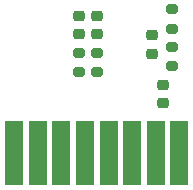
<source format=gbr>
%TF.GenerationSoftware,KiCad,Pcbnew,7.0.8*%
%TF.CreationDate,2023-12-24T04:11:35-08:00*%
%TF.ProjectId,EZ Teknic Converter - R1,455a2054-656b-46e6-9963-20436f6e7665,rev?*%
%TF.SameCoordinates,Original*%
%TF.FileFunction,Soldermask,Bot*%
%TF.FilePolarity,Negative*%
%FSLAX46Y46*%
G04 Gerber Fmt 4.6, Leading zero omitted, Abs format (unit mm)*
G04 Created by KiCad (PCBNEW 7.0.8) date 2023-12-24 04:11:35*
%MOMM*%
%LPD*%
G01*
G04 APERTURE LIST*
G04 Aperture macros list*
%AMRoundRect*
0 Rectangle with rounded corners*
0 $1 Rounding radius*
0 $2 $3 $4 $5 $6 $7 $8 $9 X,Y pos of 4 corners*
0 Add a 4 corners polygon primitive as box body*
4,1,4,$2,$3,$4,$5,$6,$7,$8,$9,$2,$3,0*
0 Add four circle primitives for the rounded corners*
1,1,$1+$1,$2,$3*
1,1,$1+$1,$4,$5*
1,1,$1+$1,$6,$7*
1,1,$1+$1,$8,$9*
0 Add four rect primitives between the rounded corners*
20,1,$1+$1,$2,$3,$4,$5,0*
20,1,$1+$1,$4,$5,$6,$7,0*
20,1,$1+$1,$6,$7,$8,$9,0*
20,1,$1+$1,$8,$9,$2,$3,0*%
G04 Aperture macros list end*
%ADD10R,1.600000X5.500000*%
%ADD11RoundRect,0.200000X-0.275000X0.200000X-0.275000X-0.200000X0.275000X-0.200000X0.275000X0.200000X0*%
%ADD12RoundRect,0.218750X0.256250X-0.218750X0.256250X0.218750X-0.256250X0.218750X-0.256250X-0.218750X0*%
%ADD13RoundRect,0.218750X-0.256250X0.218750X-0.256250X-0.218750X0.256250X-0.218750X0.256250X0.218750X0*%
%ADD14RoundRect,0.200000X0.275000X-0.200000X0.275000X0.200000X-0.275000X0.200000X-0.275000X-0.200000X0*%
G04 APERTURE END LIST*
D10*
%TO.C,U1*%
X45880000Y124785000D03*
X43880000Y124785000D03*
X41880000Y124785000D03*
X39880000Y124785000D03*
X37880000Y124785000D03*
X35880000Y124785000D03*
X33880000Y124785000D03*
X31880000Y124785000D03*
%TD*%
D11*
%TO.C,R3*%
X45212000Y133794000D03*
X45212000Y132144000D03*
%TD*%
D12*
%TO.C,D3*%
X37338000Y134848500D03*
X37338000Y136423500D03*
%TD*%
D13*
%TO.C,D4*%
X43561000Y134772500D03*
X43561000Y133197500D03*
%TD*%
%TO.C,D1*%
X44450000Y130581500D03*
X44450000Y129006500D03*
%TD*%
D11*
%TO.C,R6*%
X45212000Y136969000D03*
X45212000Y135319000D03*
%TD*%
D14*
%TO.C,R4*%
X38862000Y131636000D03*
X38862000Y133286000D03*
%TD*%
D12*
%TO.C,D2*%
X38862000Y134848500D03*
X38862000Y136423500D03*
%TD*%
D14*
%TO.C,R5*%
X37338000Y131636000D03*
X37338000Y133286000D03*
%TD*%
M02*

</source>
